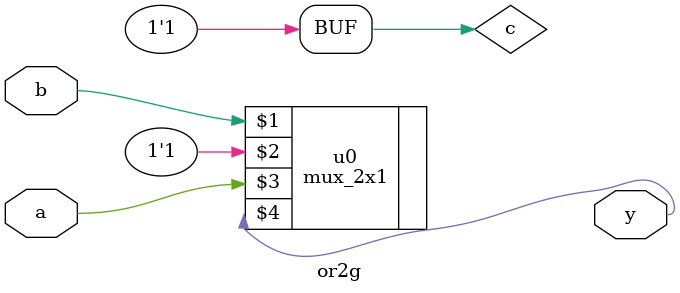
<source format=v>
`include "mux_2x1.v" 
module or2g(a,b,y);
input a,b;
wire c;
output y;
// mux_2x1(i0, i1, sel, y);

assign c=a|(~a);

mux_2x1 u0(b,c,a,y);

endmodule

</source>
